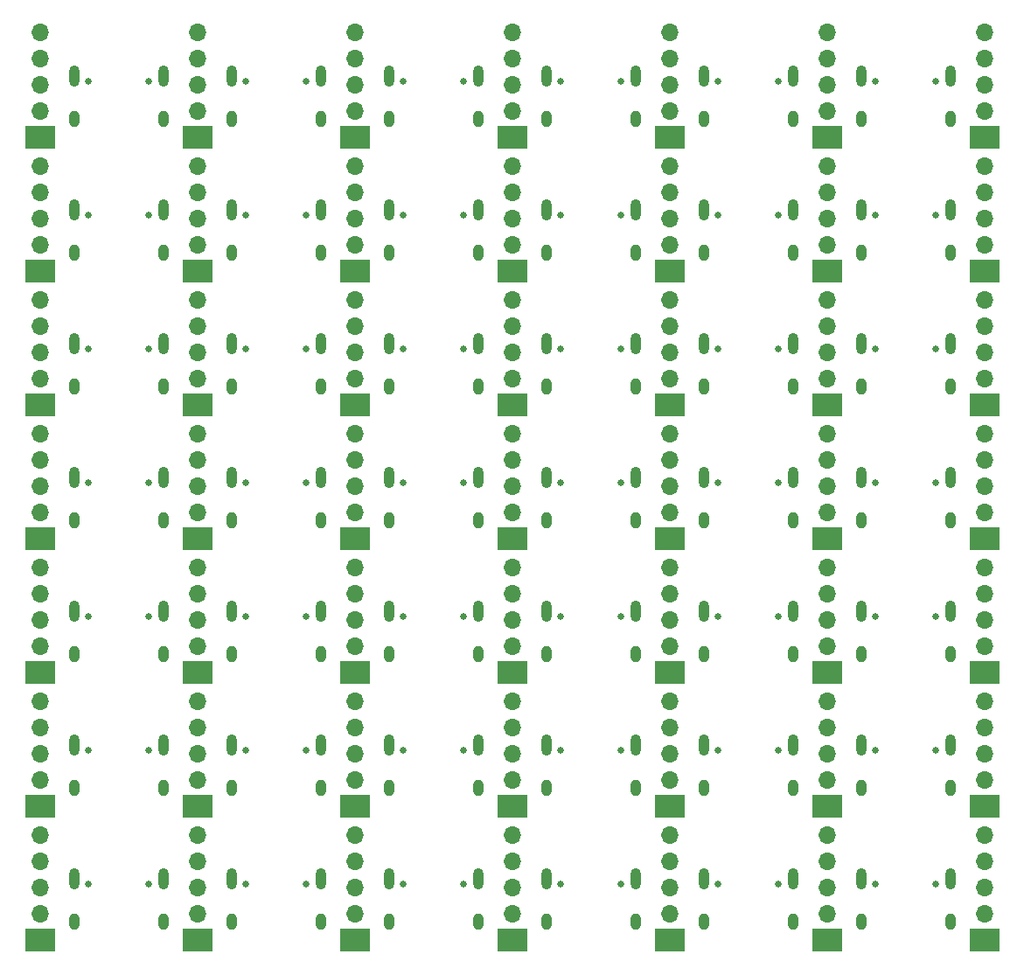
<source format=gbr>
%TF.GenerationSoftware,KiCad,Pcbnew,(6.0.7)*%
%TF.CreationDate,2023-04-16T01:29:03+08:00*%
%TF.ProjectId,typical,74797069-6361-46c2-9e6b-696361645f70,rev?*%
%TF.SameCoordinates,Original*%
%TF.FileFunction,Soldermask,Bot*%
%TF.FilePolarity,Negative*%
%FSLAX46Y46*%
G04 Gerber Fmt 4.6, Leading zero omitted, Abs format (unit mm)*
G04 Created by KiCad (PCBNEW (6.0.7)) date 2023-04-16 01:29:03*
%MOMM*%
%LPD*%
G01*
G04 APERTURE LIST*
%ADD10O,1.700000X1.700000*%
%ADD11R,3.000000X2.300000*%
%ADD12O,1.000000X1.600000*%
%ADD13O,1.000000X2.100000*%
%ADD14C,0.650000*%
G04 APERTURE END LIST*
D10*
%TO.C,J3*%
X160655000Y-131064000D03*
X160655000Y-133604000D03*
X160655000Y-136144000D03*
X160655000Y-138684000D03*
D11*
X160655000Y-141224000D03*
%TD*%
D10*
%TO.C,J3*%
X160655000Y-118110000D03*
X160655000Y-120650000D03*
X160655000Y-123190000D03*
X160655000Y-125730000D03*
D11*
X160655000Y-128270000D03*
%TD*%
D10*
%TO.C,J3*%
X160655000Y-105156000D03*
X160655000Y-107696000D03*
X160655000Y-110236000D03*
X160655000Y-112776000D03*
D11*
X160655000Y-115316000D03*
%TD*%
D10*
%TO.C,J3*%
X160655000Y-92202000D03*
X160655000Y-94742000D03*
X160655000Y-97282000D03*
X160655000Y-99822000D03*
D11*
X160655000Y-102362000D03*
%TD*%
D10*
%TO.C,J3*%
X160655000Y-79248000D03*
X160655000Y-81788000D03*
X160655000Y-84328000D03*
X160655000Y-86868000D03*
D11*
X160655000Y-89408000D03*
%TD*%
D10*
%TO.C,J3*%
X160655000Y-66294000D03*
X160655000Y-68834000D03*
X160655000Y-71374000D03*
X160655000Y-73914000D03*
D11*
X160655000Y-76454000D03*
%TD*%
D12*
%TO.C,J1*%
X148715000Y-139480000D03*
D13*
X148715000Y-135300000D03*
X157355000Y-135300000D03*
D12*
X157355000Y-139480000D03*
D14*
X155925000Y-135830000D03*
X150145000Y-135830000D03*
%TD*%
D10*
%TO.C,J3*%
X145415000Y-131064000D03*
X145415000Y-133604000D03*
X145415000Y-136144000D03*
X145415000Y-138684000D03*
D11*
X145415000Y-141224000D03*
%TD*%
D12*
%TO.C,J1*%
X133475000Y-139480000D03*
D13*
X133475000Y-135300000D03*
X142115000Y-135300000D03*
D12*
X142115000Y-139480000D03*
D14*
X140685000Y-135830000D03*
X134905000Y-135830000D03*
%TD*%
D10*
%TO.C,J3*%
X130175000Y-131064000D03*
X130175000Y-133604000D03*
X130175000Y-136144000D03*
X130175000Y-138684000D03*
D11*
X130175000Y-141224000D03*
%TD*%
D12*
%TO.C,J1*%
X118235000Y-139480000D03*
D13*
X118235000Y-135300000D03*
X126875000Y-135300000D03*
D12*
X126875000Y-139480000D03*
D14*
X125445000Y-135830000D03*
X119665000Y-135830000D03*
%TD*%
D10*
%TO.C,J3*%
X114935000Y-131064000D03*
X114935000Y-133604000D03*
X114935000Y-136144000D03*
X114935000Y-138684000D03*
D11*
X114935000Y-141224000D03*
%TD*%
D12*
%TO.C,J1*%
X102995000Y-139480000D03*
D13*
X102995000Y-135300000D03*
X111635000Y-135300000D03*
D12*
X111635000Y-139480000D03*
D14*
X110205000Y-135830000D03*
X104425000Y-135830000D03*
%TD*%
D10*
%TO.C,J3*%
X99695000Y-131064000D03*
X99695000Y-133604000D03*
X99695000Y-136144000D03*
X99695000Y-138684000D03*
D11*
X99695000Y-141224000D03*
%TD*%
D12*
%TO.C,J1*%
X87755000Y-139480000D03*
D13*
X87755000Y-135300000D03*
X96395000Y-135300000D03*
D12*
X96395000Y-139480000D03*
D14*
X94965000Y-135830000D03*
X89185000Y-135830000D03*
%TD*%
D10*
%TO.C,J3*%
X84455000Y-131064000D03*
X84455000Y-133604000D03*
X84455000Y-136144000D03*
X84455000Y-138684000D03*
D11*
X84455000Y-141224000D03*
%TD*%
D12*
%TO.C,J1*%
X72515000Y-139480000D03*
D13*
X72515000Y-135300000D03*
X81155000Y-135300000D03*
D12*
X81155000Y-139480000D03*
D14*
X79725000Y-135830000D03*
X73945000Y-135830000D03*
%TD*%
D10*
%TO.C,J3*%
X69215000Y-131064000D03*
X69215000Y-133604000D03*
X69215000Y-136144000D03*
X69215000Y-138684000D03*
D11*
X69215000Y-141224000D03*
%TD*%
D12*
%TO.C,J1*%
X148715000Y-126526000D03*
D13*
X148715000Y-122346000D03*
X157355000Y-122346000D03*
D12*
X157355000Y-126526000D03*
D14*
X155925000Y-122876000D03*
X150145000Y-122876000D03*
%TD*%
D10*
%TO.C,J3*%
X145415000Y-118110000D03*
X145415000Y-120650000D03*
X145415000Y-123190000D03*
X145415000Y-125730000D03*
D11*
X145415000Y-128270000D03*
%TD*%
D10*
%TO.C,J3*%
X130175000Y-118110000D03*
X130175000Y-120650000D03*
X130175000Y-123190000D03*
X130175000Y-125730000D03*
D11*
X130175000Y-128270000D03*
%TD*%
D12*
%TO.C,J1*%
X133475000Y-126526000D03*
D13*
X133475000Y-122346000D03*
X142115000Y-122346000D03*
D12*
X142115000Y-126526000D03*
D14*
X140685000Y-122876000D03*
X134905000Y-122876000D03*
%TD*%
D12*
%TO.C,J1*%
X118235000Y-126526000D03*
D13*
X118235000Y-122346000D03*
X126875000Y-122346000D03*
D12*
X126875000Y-126526000D03*
D14*
X125445000Y-122876000D03*
X119665000Y-122876000D03*
%TD*%
D10*
%TO.C,J3*%
X114935000Y-118110000D03*
X114935000Y-120650000D03*
X114935000Y-123190000D03*
X114935000Y-125730000D03*
D11*
X114935000Y-128270000D03*
%TD*%
D12*
%TO.C,J1*%
X102995000Y-126526000D03*
D13*
X102995000Y-122346000D03*
X111635000Y-122346000D03*
D12*
X111635000Y-126526000D03*
D14*
X110205000Y-122876000D03*
X104425000Y-122876000D03*
%TD*%
D10*
%TO.C,J3*%
X99695000Y-118110000D03*
X99695000Y-120650000D03*
X99695000Y-123190000D03*
X99695000Y-125730000D03*
D11*
X99695000Y-128270000D03*
%TD*%
D12*
%TO.C,J1*%
X87755000Y-126526000D03*
D13*
X87755000Y-122346000D03*
X96395000Y-122346000D03*
D12*
X96395000Y-126526000D03*
D14*
X94965000Y-122876000D03*
X89185000Y-122876000D03*
%TD*%
D10*
%TO.C,J3*%
X84455000Y-118110000D03*
X84455000Y-120650000D03*
X84455000Y-123190000D03*
X84455000Y-125730000D03*
D11*
X84455000Y-128270000D03*
%TD*%
D12*
%TO.C,J1*%
X72515000Y-126526000D03*
D13*
X72515000Y-122346000D03*
X81155000Y-122346000D03*
D12*
X81155000Y-126526000D03*
D14*
X79725000Y-122876000D03*
X73945000Y-122876000D03*
%TD*%
D10*
%TO.C,J3*%
X69215000Y-118110000D03*
X69215000Y-120650000D03*
X69215000Y-123190000D03*
X69215000Y-125730000D03*
D11*
X69215000Y-128270000D03*
%TD*%
D12*
%TO.C,J1*%
X148715000Y-113572000D03*
D13*
X148715000Y-109392000D03*
X157355000Y-109392000D03*
D12*
X157355000Y-113572000D03*
D14*
X155925000Y-109922000D03*
X150145000Y-109922000D03*
%TD*%
D10*
%TO.C,J3*%
X145415000Y-105156000D03*
X145415000Y-107696000D03*
X145415000Y-110236000D03*
X145415000Y-112776000D03*
D11*
X145415000Y-115316000D03*
%TD*%
D12*
%TO.C,J1*%
X133475000Y-113572000D03*
D13*
X133475000Y-109392000D03*
X142115000Y-109392000D03*
D12*
X142115000Y-113572000D03*
D14*
X140685000Y-109922000D03*
X134905000Y-109922000D03*
%TD*%
D10*
%TO.C,J3*%
X130175000Y-105156000D03*
X130175000Y-107696000D03*
X130175000Y-110236000D03*
X130175000Y-112776000D03*
D11*
X130175000Y-115316000D03*
%TD*%
D10*
%TO.C,J3*%
X114935000Y-105156000D03*
X114935000Y-107696000D03*
X114935000Y-110236000D03*
X114935000Y-112776000D03*
D11*
X114935000Y-115316000D03*
%TD*%
D12*
%TO.C,J1*%
X118235000Y-113572000D03*
D13*
X118235000Y-109392000D03*
X126875000Y-109392000D03*
D12*
X126875000Y-113572000D03*
D14*
X125445000Y-109922000D03*
X119665000Y-109922000D03*
%TD*%
D10*
%TO.C,J3*%
X99695000Y-105156000D03*
X99695000Y-107696000D03*
X99695000Y-110236000D03*
X99695000Y-112776000D03*
D11*
X99695000Y-115316000D03*
%TD*%
D12*
%TO.C,J1*%
X102995000Y-113572000D03*
D13*
X102995000Y-109392000D03*
X111635000Y-109392000D03*
D12*
X111635000Y-113572000D03*
D14*
X110205000Y-109922000D03*
X104425000Y-109922000D03*
%TD*%
D12*
%TO.C,J1*%
X87755000Y-113572000D03*
D13*
X87755000Y-109392000D03*
X96395000Y-109392000D03*
D12*
X96395000Y-113572000D03*
D14*
X94965000Y-109922000D03*
X89185000Y-109922000D03*
%TD*%
D10*
%TO.C,J3*%
X84455000Y-105156000D03*
X84455000Y-107696000D03*
X84455000Y-110236000D03*
X84455000Y-112776000D03*
D11*
X84455000Y-115316000D03*
%TD*%
D12*
%TO.C,J1*%
X72515000Y-113572000D03*
D13*
X72515000Y-109392000D03*
X81155000Y-109392000D03*
D12*
X81155000Y-113572000D03*
D14*
X79725000Y-109922000D03*
X73945000Y-109922000D03*
%TD*%
D10*
%TO.C,J3*%
X69215000Y-105156000D03*
X69215000Y-107696000D03*
X69215000Y-110236000D03*
X69215000Y-112776000D03*
D11*
X69215000Y-115316000D03*
%TD*%
D12*
%TO.C,J1*%
X148715000Y-100618000D03*
D13*
X148715000Y-96438000D03*
X157355000Y-96438000D03*
D12*
X157355000Y-100618000D03*
D14*
X155925000Y-96968000D03*
X150145000Y-96968000D03*
%TD*%
D10*
%TO.C,J3*%
X145415000Y-92202000D03*
X145415000Y-94742000D03*
X145415000Y-97282000D03*
X145415000Y-99822000D03*
D11*
X145415000Y-102362000D03*
%TD*%
D10*
%TO.C,J3*%
X130175000Y-92202000D03*
X130175000Y-94742000D03*
X130175000Y-97282000D03*
X130175000Y-99822000D03*
D11*
X130175000Y-102362000D03*
%TD*%
D12*
%TO.C,J1*%
X133475000Y-100618000D03*
D13*
X133475000Y-96438000D03*
X142115000Y-96438000D03*
D12*
X142115000Y-100618000D03*
D14*
X140685000Y-96968000D03*
X134905000Y-96968000D03*
%TD*%
D12*
%TO.C,J1*%
X118235000Y-100618000D03*
D13*
X118235000Y-96438000D03*
X126875000Y-96438000D03*
D12*
X126875000Y-100618000D03*
D14*
X125445000Y-96968000D03*
X119665000Y-96968000D03*
%TD*%
D10*
%TO.C,J3*%
X114935000Y-92202000D03*
X114935000Y-94742000D03*
X114935000Y-97282000D03*
X114935000Y-99822000D03*
D11*
X114935000Y-102362000D03*
%TD*%
D12*
%TO.C,J1*%
X102995000Y-100618000D03*
D13*
X102995000Y-96438000D03*
X111635000Y-96438000D03*
D12*
X111635000Y-100618000D03*
D14*
X110205000Y-96968000D03*
X104425000Y-96968000D03*
%TD*%
D10*
%TO.C,J3*%
X99695000Y-92202000D03*
X99695000Y-94742000D03*
X99695000Y-97282000D03*
X99695000Y-99822000D03*
D11*
X99695000Y-102362000D03*
%TD*%
D10*
%TO.C,J3*%
X84455000Y-92202000D03*
X84455000Y-94742000D03*
X84455000Y-97282000D03*
X84455000Y-99822000D03*
D11*
X84455000Y-102362000D03*
%TD*%
D12*
%TO.C,J1*%
X87755000Y-100618000D03*
D13*
X87755000Y-96438000D03*
X96395000Y-96438000D03*
D12*
X96395000Y-100618000D03*
D14*
X94965000Y-96968000D03*
X89185000Y-96968000D03*
%TD*%
D12*
%TO.C,J1*%
X72515000Y-100618000D03*
D13*
X72515000Y-96438000D03*
X81155000Y-96438000D03*
D12*
X81155000Y-100618000D03*
D14*
X79725000Y-96968000D03*
X73945000Y-96968000D03*
%TD*%
D10*
%TO.C,J3*%
X69215000Y-92202000D03*
X69215000Y-94742000D03*
X69215000Y-97282000D03*
X69215000Y-99822000D03*
D11*
X69215000Y-102362000D03*
%TD*%
D12*
%TO.C,J1*%
X148715000Y-87664000D03*
D13*
X148715000Y-83484000D03*
X157355000Y-83484000D03*
D12*
X157355000Y-87664000D03*
D14*
X155925000Y-84014000D03*
X150145000Y-84014000D03*
%TD*%
D10*
%TO.C,J3*%
X145415000Y-79248000D03*
X145415000Y-81788000D03*
X145415000Y-84328000D03*
X145415000Y-86868000D03*
D11*
X145415000Y-89408000D03*
%TD*%
D10*
%TO.C,J3*%
X130175000Y-79248000D03*
X130175000Y-81788000D03*
X130175000Y-84328000D03*
X130175000Y-86868000D03*
D11*
X130175000Y-89408000D03*
%TD*%
D12*
%TO.C,J1*%
X133475000Y-87664000D03*
D13*
X133475000Y-83484000D03*
X142115000Y-83484000D03*
D12*
X142115000Y-87664000D03*
D14*
X140685000Y-84014000D03*
X134905000Y-84014000D03*
%TD*%
D12*
%TO.C,J1*%
X118235000Y-87664000D03*
D13*
X118235000Y-83484000D03*
X126875000Y-83484000D03*
D12*
X126875000Y-87664000D03*
D14*
X125445000Y-84014000D03*
X119665000Y-84014000D03*
%TD*%
D10*
%TO.C,J3*%
X114935000Y-79248000D03*
X114935000Y-81788000D03*
X114935000Y-84328000D03*
X114935000Y-86868000D03*
D11*
X114935000Y-89408000D03*
%TD*%
D12*
%TO.C,J1*%
X102995000Y-87664000D03*
D13*
X102995000Y-83484000D03*
X111635000Y-83484000D03*
D12*
X111635000Y-87664000D03*
D14*
X110205000Y-84014000D03*
X104425000Y-84014000D03*
%TD*%
D10*
%TO.C,J3*%
X99695000Y-79248000D03*
X99695000Y-81788000D03*
X99695000Y-84328000D03*
X99695000Y-86868000D03*
D11*
X99695000Y-89408000D03*
%TD*%
D12*
%TO.C,J1*%
X87755000Y-87664000D03*
D13*
X87755000Y-83484000D03*
X96395000Y-83484000D03*
D12*
X96395000Y-87664000D03*
D14*
X94965000Y-84014000D03*
X89185000Y-84014000D03*
%TD*%
D10*
%TO.C,J3*%
X84455000Y-79248000D03*
X84455000Y-81788000D03*
X84455000Y-84328000D03*
X84455000Y-86868000D03*
D11*
X84455000Y-89408000D03*
%TD*%
D12*
%TO.C,J1*%
X72515000Y-87664000D03*
D13*
X72515000Y-83484000D03*
X81155000Y-83484000D03*
D12*
X81155000Y-87664000D03*
D14*
X79725000Y-84014000D03*
X73945000Y-84014000D03*
%TD*%
D10*
%TO.C,J3*%
X69215000Y-79248000D03*
X69215000Y-81788000D03*
X69215000Y-84328000D03*
X69215000Y-86868000D03*
D11*
X69215000Y-89408000D03*
%TD*%
D12*
%TO.C,J1*%
X148715000Y-74710000D03*
D13*
X148715000Y-70530000D03*
X157355000Y-70530000D03*
D12*
X157355000Y-74710000D03*
D14*
X155925000Y-71060000D03*
X150145000Y-71060000D03*
%TD*%
D10*
%TO.C,J3*%
X145415000Y-66294000D03*
X145415000Y-68834000D03*
X145415000Y-71374000D03*
X145415000Y-73914000D03*
D11*
X145415000Y-76454000D03*
%TD*%
D10*
%TO.C,J3*%
X130175000Y-66294000D03*
X130175000Y-68834000D03*
X130175000Y-71374000D03*
X130175000Y-73914000D03*
D11*
X130175000Y-76454000D03*
%TD*%
D12*
%TO.C,J1*%
X133475000Y-74710000D03*
D13*
X133475000Y-70530000D03*
X142115000Y-70530000D03*
D12*
X142115000Y-74710000D03*
D14*
X140685000Y-71060000D03*
X134905000Y-71060000D03*
%TD*%
D12*
%TO.C,J1*%
X118235000Y-74710000D03*
D13*
X118235000Y-70530000D03*
X126875000Y-70530000D03*
D12*
X126875000Y-74710000D03*
D14*
X125445000Y-71060000D03*
X119665000Y-71060000D03*
%TD*%
D10*
%TO.C,J3*%
X114935000Y-66294000D03*
X114935000Y-68834000D03*
X114935000Y-71374000D03*
X114935000Y-73914000D03*
D11*
X114935000Y-76454000D03*
%TD*%
D12*
%TO.C,J1*%
X102995000Y-74710000D03*
D13*
X102995000Y-70530000D03*
X111635000Y-70530000D03*
D12*
X111635000Y-74710000D03*
D14*
X110205000Y-71060000D03*
X104425000Y-71060000D03*
%TD*%
D10*
%TO.C,J3*%
X99695000Y-66294000D03*
X99695000Y-68834000D03*
X99695000Y-71374000D03*
X99695000Y-73914000D03*
D11*
X99695000Y-76454000D03*
%TD*%
D12*
%TO.C,J1*%
X87755000Y-74710000D03*
D13*
X87755000Y-70530000D03*
X96395000Y-70530000D03*
D12*
X96395000Y-74710000D03*
D14*
X94965000Y-71060000D03*
X89185000Y-71060000D03*
%TD*%
D10*
%TO.C,J3*%
X84455000Y-66294000D03*
X84455000Y-68834000D03*
X84455000Y-71374000D03*
X84455000Y-73914000D03*
D11*
X84455000Y-76454000D03*
%TD*%
D12*
%TO.C,J1*%
X72515000Y-74710000D03*
D13*
X72515000Y-70530000D03*
X81155000Y-70530000D03*
D12*
X81155000Y-74710000D03*
D14*
X79725000Y-71060000D03*
X73945000Y-71060000D03*
%TD*%
D10*
%TO.C,J3*%
X69215000Y-66294000D03*
X69215000Y-68834000D03*
X69215000Y-71374000D03*
X69215000Y-73914000D03*
D11*
X69215000Y-76454000D03*
%TD*%
D12*
%TO.C,J1*%
X148715000Y-61756000D03*
D13*
X148715000Y-57576000D03*
X157355000Y-57576000D03*
D12*
X157355000Y-61756000D03*
D14*
X155925000Y-58106000D03*
X150145000Y-58106000D03*
%TD*%
D10*
%TO.C,J3*%
X145415000Y-53340000D03*
X145415000Y-55880000D03*
X145415000Y-58420000D03*
X145415000Y-60960000D03*
D11*
X145415000Y-63500000D03*
%TD*%
D12*
%TO.C,J1*%
X133475000Y-61756000D03*
D13*
X133475000Y-57576000D03*
X142115000Y-57576000D03*
D12*
X142115000Y-61756000D03*
D14*
X140685000Y-58106000D03*
X134905000Y-58106000D03*
%TD*%
D10*
%TO.C,J3*%
X130175000Y-53340000D03*
X130175000Y-55880000D03*
X130175000Y-58420000D03*
X130175000Y-60960000D03*
D11*
X130175000Y-63500000D03*
%TD*%
D12*
%TO.C,J1*%
X118235000Y-61756000D03*
D13*
X118235000Y-57576000D03*
X126875000Y-57576000D03*
D12*
X126875000Y-61756000D03*
D14*
X125445000Y-58106000D03*
X119665000Y-58106000D03*
%TD*%
D10*
%TO.C,J3*%
X114935000Y-53340000D03*
X114935000Y-55880000D03*
X114935000Y-58420000D03*
X114935000Y-60960000D03*
D11*
X114935000Y-63500000D03*
%TD*%
D12*
%TO.C,J1*%
X102995000Y-61756000D03*
D13*
X102995000Y-57576000D03*
X111635000Y-57576000D03*
D12*
X111635000Y-61756000D03*
D14*
X110205000Y-58106000D03*
X104425000Y-58106000D03*
%TD*%
D10*
%TO.C,J3*%
X99695000Y-53340000D03*
X99695000Y-55880000D03*
X99695000Y-58420000D03*
X99695000Y-60960000D03*
D11*
X99695000Y-63500000D03*
%TD*%
D12*
%TO.C,J1*%
X87755000Y-61756000D03*
D13*
X87755000Y-57576000D03*
X96395000Y-57576000D03*
D12*
X96395000Y-61756000D03*
D14*
X94965000Y-58106000D03*
X89185000Y-58106000D03*
%TD*%
D10*
%TO.C,J3*%
X84455000Y-53340000D03*
X84455000Y-55880000D03*
X84455000Y-58420000D03*
X84455000Y-60960000D03*
D11*
X84455000Y-63500000D03*
%TD*%
D10*
%TO.C,J3*%
X160655000Y-53340000D03*
X160655000Y-55880000D03*
X160655000Y-58420000D03*
X160655000Y-60960000D03*
D11*
X160655000Y-63500000D03*
%TD*%
D12*
%TO.C,J1*%
X72515000Y-61756000D03*
D13*
X72515000Y-57576000D03*
X81155000Y-57576000D03*
D12*
X81155000Y-61756000D03*
D14*
X79725000Y-58106000D03*
X73945000Y-58106000D03*
%TD*%
D10*
%TO.C,J3*%
X69215000Y-53340000D03*
X69215000Y-55880000D03*
X69215000Y-58420000D03*
X69215000Y-60960000D03*
D11*
X69215000Y-63500000D03*
%TD*%
M02*

</source>
